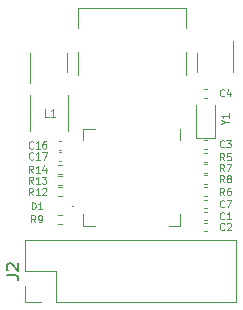
<source format=gbr>
%TF.GenerationSoftware,KiCad,Pcbnew,(6.0.0)*%
%TF.CreationDate,2022-03-30T08:27:14+08:00*%
%TF.ProjectId,USB2_Jtag_Bridge,55534232-5f4a-4746-9167-5f4272696467,rev?*%
%TF.SameCoordinates,Original*%
%TF.FileFunction,Legend,Top*%
%TF.FilePolarity,Positive*%
%FSLAX46Y46*%
G04 Gerber Fmt 4.6, Leading zero omitted, Abs format (unit mm)*
G04 Created by KiCad (PCBNEW (6.0.0)) date 2022-03-30 08:27:14*
%MOMM*%
%LPD*%
G01*
G04 APERTURE LIST*
%ADD10C,0.100000*%
%ADD11C,0.150000*%
%ADD12C,0.120000*%
G04 APERTURE END LIST*
D10*
%TO.C,C1*%
X149800000Y-83074285D02*
X149771428Y-83102857D01*
X149685714Y-83131428D01*
X149628571Y-83131428D01*
X149542857Y-83102857D01*
X149485714Y-83045714D01*
X149457142Y-82988571D01*
X149428571Y-82874285D01*
X149428571Y-82788571D01*
X149457142Y-82674285D01*
X149485714Y-82617142D01*
X149542857Y-82560000D01*
X149628571Y-82531428D01*
X149685714Y-82531428D01*
X149771428Y-82560000D01*
X149800000Y-82588571D01*
X150371428Y-83131428D02*
X150028571Y-83131428D01*
X150200000Y-83131428D02*
X150200000Y-82531428D01*
X150142857Y-82617142D01*
X150085714Y-82674285D01*
X150028571Y-82702857D01*
%TO.C,R5*%
X149800000Y-78141428D02*
X149600000Y-77855714D01*
X149457142Y-78141428D02*
X149457142Y-77541428D01*
X149685714Y-77541428D01*
X149742857Y-77570000D01*
X149771428Y-77598571D01*
X149800000Y-77655714D01*
X149800000Y-77741428D01*
X149771428Y-77798571D01*
X149742857Y-77827142D01*
X149685714Y-77855714D01*
X149457142Y-77855714D01*
X150342857Y-77541428D02*
X150057142Y-77541428D01*
X150028571Y-77827142D01*
X150057142Y-77798571D01*
X150114285Y-77770000D01*
X150257142Y-77770000D01*
X150314285Y-77798571D01*
X150342857Y-77827142D01*
X150371428Y-77884285D01*
X150371428Y-78027142D01*
X150342857Y-78084285D01*
X150314285Y-78112857D01*
X150257142Y-78141428D01*
X150114285Y-78141428D01*
X150057142Y-78112857D01*
X150028571Y-78084285D01*
%TO.C,C3*%
X149790000Y-76994285D02*
X149761428Y-77022857D01*
X149675714Y-77051428D01*
X149618571Y-77051428D01*
X149532857Y-77022857D01*
X149475714Y-76965714D01*
X149447142Y-76908571D01*
X149418571Y-76794285D01*
X149418571Y-76708571D01*
X149447142Y-76594285D01*
X149475714Y-76537142D01*
X149532857Y-76480000D01*
X149618571Y-76451428D01*
X149675714Y-76451428D01*
X149761428Y-76480000D01*
X149790000Y-76508571D01*
X149990000Y-76451428D02*
X150361428Y-76451428D01*
X150161428Y-76680000D01*
X150247142Y-76680000D01*
X150304285Y-76708571D01*
X150332857Y-76737142D01*
X150361428Y-76794285D01*
X150361428Y-76937142D01*
X150332857Y-76994285D01*
X150304285Y-77022857D01*
X150247142Y-77051428D01*
X150075714Y-77051428D01*
X150018571Y-77022857D01*
X149990000Y-76994285D01*
%TO.C,L1*%
X134940000Y-74431428D02*
X134654285Y-74431428D01*
X134654285Y-73831428D01*
X135454285Y-74431428D02*
X135111428Y-74431428D01*
X135282857Y-74431428D02*
X135282857Y-73831428D01*
X135225714Y-73917142D01*
X135168571Y-73974285D01*
X135111428Y-74002857D01*
%TO.C,C16*%
X133614285Y-77080854D02*
X133585714Y-77109426D01*
X133500000Y-77137997D01*
X133442857Y-77137997D01*
X133357142Y-77109426D01*
X133300000Y-77052283D01*
X133271428Y-76995140D01*
X133242857Y-76880854D01*
X133242857Y-76795140D01*
X133271428Y-76680854D01*
X133300000Y-76623711D01*
X133357142Y-76566569D01*
X133442857Y-76537997D01*
X133500000Y-76537997D01*
X133585714Y-76566569D01*
X133614285Y-76595140D01*
X134185714Y-77137997D02*
X133842857Y-77137997D01*
X134014285Y-77137997D02*
X134014285Y-76537997D01*
X133957142Y-76623711D01*
X133900000Y-76680854D01*
X133842857Y-76709426D01*
X134700000Y-76537997D02*
X134585714Y-76537997D01*
X134528571Y-76566569D01*
X134500000Y-76595140D01*
X134442857Y-76680854D01*
X134414285Y-76795140D01*
X134414285Y-77023711D01*
X134442857Y-77080854D01*
X134471428Y-77109426D01*
X134528571Y-77137997D01*
X134642857Y-77137997D01*
X134700000Y-77109426D01*
X134728571Y-77080854D01*
X134757142Y-77023711D01*
X134757142Y-76880854D01*
X134728571Y-76823711D01*
X134700000Y-76795140D01*
X134642857Y-76766569D01*
X134528571Y-76766569D01*
X134471428Y-76795140D01*
X134442857Y-76823711D01*
X134414285Y-76880854D01*
%TO.C,R12*%
X133604285Y-81071428D02*
X133404285Y-80785714D01*
X133261428Y-81071428D02*
X133261428Y-80471428D01*
X133490000Y-80471428D01*
X133547142Y-80500000D01*
X133575714Y-80528571D01*
X133604285Y-80585714D01*
X133604285Y-80671428D01*
X133575714Y-80728571D01*
X133547142Y-80757142D01*
X133490000Y-80785714D01*
X133261428Y-80785714D01*
X134175714Y-81071428D02*
X133832857Y-81071428D01*
X134004285Y-81071428D02*
X134004285Y-80471428D01*
X133947142Y-80557142D01*
X133890000Y-80614285D01*
X133832857Y-80642857D01*
X134404285Y-80528571D02*
X134432857Y-80500000D01*
X134490000Y-80471428D01*
X134632857Y-80471428D01*
X134690000Y-80500000D01*
X134718571Y-80528571D01*
X134747142Y-80585714D01*
X134747142Y-80642857D01*
X134718571Y-80728571D01*
X134375714Y-81071428D01*
X134747142Y-81071428D01*
%TO.C,Y1*%
X149883000Y-74885714D02*
X150168714Y-74885714D01*
X149568714Y-75085714D02*
X149883000Y-74885714D01*
X149568714Y-74685714D01*
X150168714Y-74171428D02*
X150168714Y-74514285D01*
X150168714Y-74342857D02*
X149568714Y-74342857D01*
X149654428Y-74400000D01*
X149711571Y-74457142D01*
X149740143Y-74514285D01*
%TO.C,C2*%
X149800000Y-83984285D02*
X149771428Y-84012857D01*
X149685714Y-84041428D01*
X149628571Y-84041428D01*
X149542857Y-84012857D01*
X149485714Y-83955714D01*
X149457142Y-83898571D01*
X149428571Y-83784285D01*
X149428571Y-83698571D01*
X149457142Y-83584285D01*
X149485714Y-83527142D01*
X149542857Y-83470000D01*
X149628571Y-83441428D01*
X149685714Y-83441428D01*
X149771428Y-83470000D01*
X149800000Y-83498571D01*
X150028571Y-83498571D02*
X150057142Y-83470000D01*
X150114285Y-83441428D01*
X150257142Y-83441428D01*
X150314285Y-83470000D01*
X150342857Y-83498571D01*
X150371428Y-83555714D01*
X150371428Y-83612857D01*
X150342857Y-83698571D01*
X150000000Y-84041428D01*
X150371428Y-84041428D01*
D11*
%TO.C,J2*%
X131387380Y-87858333D02*
X132101666Y-87858333D01*
X132244523Y-87905952D01*
X132339761Y-88001190D01*
X132387380Y-88144047D01*
X132387380Y-88239285D01*
X131482619Y-87429761D02*
X131435000Y-87382142D01*
X131387380Y-87286904D01*
X131387380Y-87048809D01*
X131435000Y-86953571D01*
X131482619Y-86905952D01*
X131577857Y-86858333D01*
X131673095Y-86858333D01*
X131815952Y-86905952D01*
X132387380Y-87477380D01*
X132387380Y-86858333D01*
D10*
%TO.C,D1*%
X133499642Y-82281428D02*
X133499642Y-81681428D01*
X133642500Y-81681428D01*
X133728214Y-81710000D01*
X133785357Y-81767142D01*
X133813928Y-81824285D01*
X133842500Y-81938571D01*
X133842500Y-82024285D01*
X133813928Y-82138571D01*
X133785357Y-82195714D01*
X133728214Y-82252857D01*
X133642500Y-82281428D01*
X133499642Y-82281428D01*
X134413928Y-82281428D02*
X134071071Y-82281428D01*
X134242500Y-82281428D02*
X134242500Y-81681428D01*
X134185357Y-81767142D01*
X134128214Y-81824285D01*
X134071071Y-81852857D01*
%TO.C,R8*%
X149800000Y-80011428D02*
X149600000Y-79725714D01*
X149457142Y-80011428D02*
X149457142Y-79411428D01*
X149685714Y-79411428D01*
X149742857Y-79440000D01*
X149771428Y-79468571D01*
X149800000Y-79525714D01*
X149800000Y-79611428D01*
X149771428Y-79668571D01*
X149742857Y-79697142D01*
X149685714Y-79725714D01*
X149457142Y-79725714D01*
X150142857Y-79668571D02*
X150085714Y-79640000D01*
X150057142Y-79611428D01*
X150028571Y-79554285D01*
X150028571Y-79525714D01*
X150057142Y-79468571D01*
X150085714Y-79440000D01*
X150142857Y-79411428D01*
X150257142Y-79411428D01*
X150314285Y-79440000D01*
X150342857Y-79468571D01*
X150371428Y-79525714D01*
X150371428Y-79554285D01*
X150342857Y-79611428D01*
X150314285Y-79640000D01*
X150257142Y-79668571D01*
X150142857Y-79668571D01*
X150085714Y-79697142D01*
X150057142Y-79725714D01*
X150028571Y-79782857D01*
X150028571Y-79897142D01*
X150057142Y-79954285D01*
X150085714Y-79982857D01*
X150142857Y-80011428D01*
X150257142Y-80011428D01*
X150314285Y-79982857D01*
X150342857Y-79954285D01*
X150371428Y-79897142D01*
X150371428Y-79782857D01*
X150342857Y-79725714D01*
X150314285Y-79697142D01*
X150257142Y-79668571D01*
%TO.C,R14*%
X133604285Y-79181428D02*
X133404285Y-78895714D01*
X133261428Y-79181428D02*
X133261428Y-78581428D01*
X133490000Y-78581428D01*
X133547142Y-78610000D01*
X133575714Y-78638571D01*
X133604285Y-78695714D01*
X133604285Y-78781428D01*
X133575714Y-78838571D01*
X133547142Y-78867142D01*
X133490000Y-78895714D01*
X133261428Y-78895714D01*
X134175714Y-79181428D02*
X133832857Y-79181428D01*
X134004285Y-79181428D02*
X134004285Y-78581428D01*
X133947142Y-78667142D01*
X133890000Y-78724285D01*
X133832857Y-78752857D01*
X134690000Y-78781428D02*
X134690000Y-79181428D01*
X134547142Y-78552857D02*
X134404285Y-78981428D01*
X134775714Y-78981428D01*
%TO.C,C4*%
X149790000Y-72674285D02*
X149761428Y-72702857D01*
X149675714Y-72731428D01*
X149618571Y-72731428D01*
X149532857Y-72702857D01*
X149475714Y-72645714D01*
X149447142Y-72588571D01*
X149418571Y-72474285D01*
X149418571Y-72388571D01*
X149447142Y-72274285D01*
X149475714Y-72217142D01*
X149532857Y-72160000D01*
X149618571Y-72131428D01*
X149675714Y-72131428D01*
X149761428Y-72160000D01*
X149790000Y-72188571D01*
X150304285Y-72331428D02*
X150304285Y-72731428D01*
X150161428Y-72102857D02*
X150018571Y-72531428D01*
X150390000Y-72531428D01*
%TO.C,C7*%
X149800000Y-82054285D02*
X149771428Y-82082857D01*
X149685714Y-82111428D01*
X149628571Y-82111428D01*
X149542857Y-82082857D01*
X149485714Y-82025714D01*
X149457142Y-81968571D01*
X149428571Y-81854285D01*
X149428571Y-81768571D01*
X149457142Y-81654285D01*
X149485714Y-81597142D01*
X149542857Y-81540000D01*
X149628571Y-81511428D01*
X149685714Y-81511428D01*
X149771428Y-81540000D01*
X149800000Y-81568571D01*
X150000000Y-81511428D02*
X150400000Y-81511428D01*
X150142857Y-82111428D01*
%TO.C,R13*%
X133604285Y-80121428D02*
X133404285Y-79835714D01*
X133261428Y-80121428D02*
X133261428Y-79521428D01*
X133490000Y-79521428D01*
X133547142Y-79550000D01*
X133575714Y-79578571D01*
X133604285Y-79635714D01*
X133604285Y-79721428D01*
X133575714Y-79778571D01*
X133547142Y-79807142D01*
X133490000Y-79835714D01*
X133261428Y-79835714D01*
X134175714Y-80121428D02*
X133832857Y-80121428D01*
X134004285Y-80121428D02*
X134004285Y-79521428D01*
X133947142Y-79607142D01*
X133890000Y-79664285D01*
X133832857Y-79692857D01*
X134375714Y-79521428D02*
X134747142Y-79521428D01*
X134547142Y-79750000D01*
X134632857Y-79750000D01*
X134690000Y-79778571D01*
X134718571Y-79807142D01*
X134747142Y-79864285D01*
X134747142Y-80007142D01*
X134718571Y-80064285D01*
X134690000Y-80092857D01*
X134632857Y-80121428D01*
X134461428Y-80121428D01*
X134404285Y-80092857D01*
X134375714Y-80064285D01*
%TO.C,R7*%
X149800000Y-79081428D02*
X149600000Y-78795714D01*
X149457142Y-79081428D02*
X149457142Y-78481428D01*
X149685714Y-78481428D01*
X149742857Y-78510000D01*
X149771428Y-78538571D01*
X149800000Y-78595714D01*
X149800000Y-78681428D01*
X149771428Y-78738571D01*
X149742857Y-78767142D01*
X149685714Y-78795714D01*
X149457142Y-78795714D01*
X150000000Y-78481428D02*
X150400000Y-78481428D01*
X150142857Y-79081428D01*
%TO.C,R6*%
X149800000Y-81071428D02*
X149600000Y-80785714D01*
X149457142Y-81071428D02*
X149457142Y-80471428D01*
X149685714Y-80471428D01*
X149742857Y-80500000D01*
X149771428Y-80528571D01*
X149800000Y-80585714D01*
X149800000Y-80671428D01*
X149771428Y-80728571D01*
X149742857Y-80757142D01*
X149685714Y-80785714D01*
X149457142Y-80785714D01*
X150314285Y-80471428D02*
X150200000Y-80471428D01*
X150142857Y-80500000D01*
X150114285Y-80528571D01*
X150057142Y-80614285D01*
X150028571Y-80728571D01*
X150028571Y-80957142D01*
X150057142Y-81014285D01*
X150085714Y-81042857D01*
X150142857Y-81071428D01*
X150257142Y-81071428D01*
X150314285Y-81042857D01*
X150342857Y-81014285D01*
X150371428Y-80957142D01*
X150371428Y-80814285D01*
X150342857Y-80757142D01*
X150314285Y-80728571D01*
X150257142Y-80700000D01*
X150142857Y-80700000D01*
X150085714Y-80728571D01*
X150057142Y-80757142D01*
X150028571Y-80814285D01*
%TO.C,R9*%
X133810000Y-83381428D02*
X133610000Y-83095714D01*
X133467142Y-83381428D02*
X133467142Y-82781428D01*
X133695714Y-82781428D01*
X133752857Y-82810000D01*
X133781428Y-82838571D01*
X133810000Y-82895714D01*
X133810000Y-82981428D01*
X133781428Y-83038571D01*
X133752857Y-83067142D01*
X133695714Y-83095714D01*
X133467142Y-83095714D01*
X134095714Y-83381428D02*
X134210000Y-83381428D01*
X134267142Y-83352857D01*
X134295714Y-83324285D01*
X134352857Y-83238571D01*
X134381428Y-83124285D01*
X134381428Y-82895714D01*
X134352857Y-82838571D01*
X134324285Y-82810000D01*
X134267142Y-82781428D01*
X134152857Y-82781428D01*
X134095714Y-82810000D01*
X134067142Y-82838571D01*
X134038571Y-82895714D01*
X134038571Y-83038571D01*
X134067142Y-83095714D01*
X134095714Y-83124285D01*
X134152857Y-83152857D01*
X134267142Y-83152857D01*
X134324285Y-83124285D01*
X134352857Y-83095714D01*
X134381428Y-83038571D01*
%TO.C,C17*%
X133614285Y-78010853D02*
X133585714Y-78039425D01*
X133500000Y-78067996D01*
X133442857Y-78067996D01*
X133357142Y-78039425D01*
X133300000Y-77982282D01*
X133271428Y-77925139D01*
X133242857Y-77810853D01*
X133242857Y-77725139D01*
X133271428Y-77610853D01*
X133300000Y-77553710D01*
X133357142Y-77496568D01*
X133442857Y-77467996D01*
X133500000Y-77467996D01*
X133585714Y-77496568D01*
X133614285Y-77525139D01*
X134185714Y-78067996D02*
X133842857Y-78067996D01*
X134014285Y-78067996D02*
X134014285Y-77467996D01*
X133957142Y-77553710D01*
X133900000Y-77610853D01*
X133842857Y-77639425D01*
X134385714Y-77467996D02*
X134785714Y-77467996D01*
X134528571Y-78067996D01*
%TO.C,C1*%
X148122164Y-82490000D02*
X148337836Y-82490000D01*
X148122164Y-83210000D02*
X148337836Y-83210000D01*
%TO.C,R5*%
X148383641Y-77490000D02*
X148076359Y-77490000D01*
X148383641Y-78250000D02*
X148076359Y-78250000D01*
%TO.C,J1*%
X146550000Y-70895001D02*
X146550000Y-68975001D01*
X146550000Y-65260001D02*
X146550000Y-66965001D01*
X137390000Y-68975001D02*
X137390000Y-70895001D01*
X137390000Y-65260001D02*
X146550000Y-65260001D01*
X137390000Y-66965001D02*
X137390000Y-65260001D01*
%TO.C,C3*%
X148337836Y-77140000D02*
X148122164Y-77140000D01*
X148337836Y-76420000D02*
X148122164Y-76420000D01*
D12*
%TO.C,L1*%
X136580000Y-72630000D02*
X136580000Y-75630000D01*
X133380000Y-72630000D02*
X133380000Y-75630000D01*
D10*
%TO.C,C16*%
X135812164Y-77226569D02*
X136027836Y-77226569D01*
X135812164Y-76506569D02*
X136027836Y-76506569D01*
%TO.C,R12*%
X136053641Y-80420000D02*
X135746359Y-80420000D01*
X136053641Y-81180000D02*
X135746359Y-81180000D01*
%TO.C,Y1*%
X149030000Y-76270000D02*
X149030000Y-73420000D01*
X147430000Y-76270000D02*
X149030000Y-76270000D01*
X147430000Y-73420000D02*
X147430000Y-76270000D01*
%TO.C,C2*%
X148122164Y-83410000D02*
X148337836Y-83410000D01*
X148122164Y-84130000D02*
X148337836Y-84130000D01*
D12*
%TO.C,J2*%
X132935000Y-87525000D02*
X132935000Y-84925000D01*
X135535000Y-90125000D02*
X135535000Y-87525000D01*
X135535000Y-90125000D02*
X150835000Y-90125000D01*
X150835000Y-90125000D02*
X150835000Y-84925000D01*
X134265000Y-90125000D02*
X132935000Y-90125000D01*
X135535000Y-87525000D02*
X132935000Y-87525000D01*
X132935000Y-84925000D02*
X150835000Y-84925000D01*
X132935000Y-90125000D02*
X132935000Y-88795000D01*
D10*
%TO.C,D1*%
X137042500Y-82010000D02*
G75*
G03*
X137042500Y-82010000I-50000J0D01*
G01*
%TO.C,R8*%
X148383641Y-80120000D02*
X148076359Y-80120000D01*
X148383641Y-79360000D02*
X148076359Y-79360000D01*
%TO.C,R14*%
X135746359Y-79300000D02*
X136053641Y-79300000D01*
X135746359Y-78540000D02*
X136053641Y-78540000D01*
%TO.C,C4*%
X148337836Y-72820000D02*
X148122164Y-72820000D01*
X148337836Y-72100000D02*
X148122164Y-72100000D01*
%TO.C,U2*%
X150580000Y-69830000D02*
X150580000Y-70630000D01*
X147460000Y-69830000D02*
X147460000Y-70630000D01*
X147460000Y-69830000D02*
X147460000Y-69030000D01*
X150580000Y-69830000D02*
X150580000Y-68030000D01*
%TO.C,C7*%
X148122164Y-81460000D02*
X148337836Y-81460000D01*
X148122164Y-82180000D02*
X148337836Y-82180000D01*
%TO.C,R13*%
X135746359Y-79470000D02*
X136053641Y-79470000D01*
X135746359Y-80230000D02*
X136053641Y-80230000D01*
%TO.C,U3*%
X136510000Y-69830000D02*
X136510000Y-70630000D01*
X136510000Y-69830000D02*
X136510000Y-69030000D01*
X133390000Y-69830000D02*
X133390000Y-71630000D01*
X133390000Y-69830000D02*
X133390000Y-69030000D01*
%TO.C,R7*%
X148383641Y-78430000D02*
X148076359Y-78430000D01*
X148383641Y-79190000D02*
X148076359Y-79190000D01*
%TO.C,U1*%
X137860000Y-75445000D02*
X138835000Y-75445000D01*
X137860000Y-82690000D02*
X137860000Y-83665000D01*
X137860000Y-83665000D02*
X138835000Y-83665000D01*
X146080000Y-83665000D02*
X145105000Y-83665000D01*
X146080000Y-82690000D02*
X146080000Y-83665000D01*
X146080000Y-76420000D02*
X146080000Y-75445000D01*
X137860000Y-76420000D02*
X137860000Y-75445000D01*
%TO.C,R6*%
X148076359Y-81180000D02*
X148383641Y-81180000D01*
X148076359Y-80420000D02*
X148383641Y-80420000D01*
%TO.C,R9*%
X135746359Y-82730000D02*
X136053641Y-82730000D01*
X135746359Y-83490000D02*
X136053641Y-83490000D01*
%TO.C,C17*%
X135812164Y-77436568D02*
X136027836Y-77436568D01*
X135812164Y-78156568D02*
X136027836Y-78156568D01*
%TD*%
M02*

</source>
